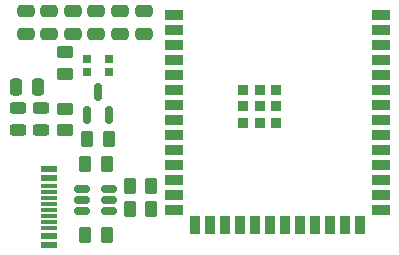
<source format=gtp>
%TF.GenerationSoftware,KiCad,Pcbnew,9.0.2*%
%TF.CreationDate,2025-09-28T04:05:32+05:30*%
%TF.ProjectId,Sippy,53697070-792e-46b6-9963-61645f706362,rev?*%
%TF.SameCoordinates,PX4ef6d80PY35fa5c0*%
%TF.FileFunction,Paste,Top*%
%TF.FilePolarity,Positive*%
%FSLAX46Y46*%
G04 Gerber Fmt 4.6, Leading zero omitted, Abs format (unit mm)*
G04 Created by KiCad (PCBNEW 9.0.2) date 2025-09-28 04:05:32*
%MOMM*%
%LPD*%
G01*
G04 APERTURE LIST*
G04 Aperture macros list*
%AMRoundRect*
0 Rectangle with rounded corners*
0 $1 Rounding radius*
0 $2 $3 $4 $5 $6 $7 $8 $9 X,Y pos of 4 corners*
0 Add a 4 corners polygon primitive as box body*
4,1,4,$2,$3,$4,$5,$6,$7,$8,$9,$2,$3,0*
0 Add four circle primitives for the rounded corners*
1,1,$1+$1,$2,$3*
1,1,$1+$1,$4,$5*
1,1,$1+$1,$6,$7*
1,1,$1+$1,$8,$9*
0 Add four rect primitives between the rounded corners*
20,1,$1+$1,$2,$3,$4,$5,0*
20,1,$1+$1,$4,$5,$6,$7,0*
20,1,$1+$1,$6,$7,$8,$9,0*
20,1,$1+$1,$8,$9,$2,$3,0*%
G04 Aperture macros list end*
%ADD10RoundRect,0.250000X0.450000X-0.262500X0.450000X0.262500X-0.450000X0.262500X-0.450000X-0.262500X0*%
%ADD11R,0.700000X0.700000*%
%ADD12RoundRect,0.250000X-0.475000X0.250000X-0.475000X-0.250000X0.475000X-0.250000X0.475000X0.250000X0*%
%ADD13RoundRect,0.250000X-0.250000X-0.475000X0.250000X-0.475000X0.250000X0.475000X-0.250000X0.475000X0*%
%ADD14R,1.450000X0.600000*%
%ADD15R,1.450000X0.300000*%
%ADD16RoundRect,0.250000X-0.262500X-0.450000X0.262500X-0.450000X0.262500X0.450000X-0.262500X0.450000X0*%
%ADD17RoundRect,0.250000X0.262500X0.450000X-0.262500X0.450000X-0.262500X-0.450000X0.262500X-0.450000X0*%
%ADD18RoundRect,0.150000X0.150000X-0.587500X0.150000X0.587500X-0.150000X0.587500X-0.150000X-0.587500X0*%
%ADD19RoundRect,0.150000X-0.512500X-0.150000X0.512500X-0.150000X0.512500X0.150000X-0.512500X0.150000X0*%
%ADD20R,0.900000X0.900000*%
%ADD21R,1.500000X0.900000*%
%ADD22R,0.900000X1.500000*%
%ADD23RoundRect,0.243750X0.456250X-0.243750X0.456250X0.243750X-0.456250X0.243750X-0.456250X-0.243750X0*%
G04 APERTURE END LIST*
D10*
%TO.C,R14*%
X-9200000Y-2912500D03*
X-9200000Y-1087500D03*
%TD*%
D11*
%TO.C,D1*%
X-5485000Y2012750D03*
X-5485000Y3112750D03*
X-7315000Y3112750D03*
X-7315000Y2012750D03*
%TD*%
D12*
%TO.C,C4*%
X-8540000Y7160000D03*
X-8540000Y5260000D03*
%TD*%
D13*
%TO.C,C10*%
X-13350000Y800000D03*
X-11450000Y800000D03*
%TD*%
D14*
%TO.C,J2*%
X-10555000Y-6150000D03*
X-10555000Y-6950000D03*
D15*
X-10555000Y-8150000D03*
X-10555000Y-9150000D03*
X-10555000Y-9650000D03*
X-10555000Y-10650000D03*
D14*
X-10555000Y-11850000D03*
X-10555000Y-12650000D03*
X-10555000Y-12650000D03*
X-10555000Y-11850000D03*
D15*
X-10555000Y-11150000D03*
X-10555000Y-10150000D03*
X-10555000Y-8650000D03*
X-10555000Y-7650000D03*
D14*
X-10555000Y-6950000D03*
X-10555000Y-6150000D03*
%TD*%
D16*
%TO.C,R9*%
X-7512500Y-11800000D03*
X-5687500Y-11800000D03*
%TD*%
%TO.C,R8*%
X-7512500Y-5800000D03*
X-5687500Y-5800000D03*
%TD*%
D12*
%TO.C,C2*%
X-4540000Y7160000D03*
X-4540000Y5260000D03*
%TD*%
D17*
%TO.C,R4*%
X-1887500Y-9600000D03*
X-3712500Y-9600000D03*
%TD*%
%TO.C,R6*%
X-5487500Y-3637250D03*
X-7312500Y-3637250D03*
%TD*%
D12*
%TO.C,C1*%
X-2540000Y7160000D03*
X-2540000Y5260000D03*
%TD*%
%TO.C,C5*%
X-10540000Y7160000D03*
X-10540000Y5260000D03*
%TD*%
D18*
%TO.C,Q2*%
X-7350000Y-1574750D03*
X-5450000Y-1574750D03*
X-6400000Y300250D03*
%TD*%
D16*
%TO.C,R3*%
X-3712500Y-7600000D03*
X-1887500Y-7600000D03*
%TD*%
D12*
%TO.C,C3*%
X-6540000Y7160000D03*
X-6540000Y5260000D03*
%TD*%
D10*
%TO.C,R7*%
X-9200000Y1887500D03*
X-9200000Y3712500D03*
%TD*%
D12*
%TO.C,C6*%
X-12540000Y7160000D03*
X-12540000Y5260000D03*
%TD*%
D19*
%TO.C,U3*%
X-7737500Y-7850000D03*
X-7737500Y-8800000D03*
X-7737500Y-9750000D03*
X-5462500Y-9750000D03*
X-5462500Y-8800000D03*
X-5462500Y-7850000D03*
%TD*%
D20*
%TO.C,U1*%
X5900000Y540000D03*
X5900000Y-860000D03*
X5900000Y-2260000D03*
X7300000Y540000D03*
X7300000Y-860000D03*
X7300000Y-2260000D03*
X8700000Y540000D03*
X8700000Y-860000D03*
X8700000Y-2260000D03*
D21*
X50000Y6860000D03*
X50000Y5590000D03*
X50000Y4320000D03*
X50000Y3050000D03*
X50000Y1780000D03*
X50000Y510000D03*
X50000Y-760000D03*
X50000Y-2030000D03*
X50000Y-3300000D03*
X50000Y-4570000D03*
X50000Y-5840000D03*
X50000Y-7110000D03*
X50000Y-8380000D03*
X50000Y-9650000D03*
D22*
X1815000Y-10900000D03*
X3085000Y-10900000D03*
X4355000Y-10900000D03*
X5625000Y-10900000D03*
X6895000Y-10900000D03*
X8165000Y-10900000D03*
X9435000Y-10900000D03*
X10705000Y-10900000D03*
X11975000Y-10900000D03*
X13245000Y-10900000D03*
X14515000Y-10900000D03*
X15785000Y-10900000D03*
D21*
X17550000Y-9650000D03*
X17550000Y-8380000D03*
X17550000Y-7110000D03*
X17550000Y-5840000D03*
X17550000Y-4570000D03*
X17550000Y-3300000D03*
X17550000Y-2030000D03*
X17550000Y-760000D03*
X17550000Y510000D03*
X17550000Y1780000D03*
X17550000Y3050000D03*
X17550000Y4320000D03*
X17550000Y5590000D03*
X17550000Y6860000D03*
%TD*%
D23*
%TO.C,D3*%
X-11200000Y-2877500D03*
X-11200000Y-1002500D03*
%TD*%
%TO.C,D2*%
X-13200000Y-2877500D03*
X-13200000Y-1002500D03*
%TD*%
M02*

</source>
